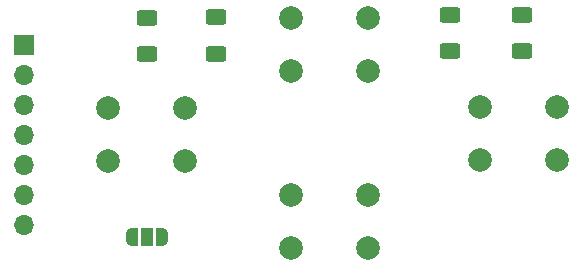
<source format=gbr>
%TF.GenerationSoftware,KiCad,Pcbnew,8.0.3*%
%TF.CreationDate,2024-06-12T19:29:14-06:00*%
%TF.ProjectId,CutMachine_PCB,4375744d-6163-4686-996e-655f5043422e,rev?*%
%TF.SameCoordinates,Original*%
%TF.FileFunction,Soldermask,Top*%
%TF.FilePolarity,Negative*%
%FSLAX46Y46*%
G04 Gerber Fmt 4.6, Leading zero omitted, Abs format (unit mm)*
G04 Created by KiCad (PCBNEW 8.0.3) date 2024-06-12 19:29:14*
%MOMM*%
%LPD*%
G01*
G04 APERTURE LIST*
G04 Aperture macros list*
%AMRoundRect*
0 Rectangle with rounded corners*
0 $1 Rounding radius*
0 $2 $3 $4 $5 $6 $7 $8 $9 X,Y pos of 4 corners*
0 Add a 4 corners polygon primitive as box body*
4,1,4,$2,$3,$4,$5,$6,$7,$8,$9,$2,$3,0*
0 Add four circle primitives for the rounded corners*
1,1,$1+$1,$2,$3*
1,1,$1+$1,$4,$5*
1,1,$1+$1,$6,$7*
1,1,$1+$1,$8,$9*
0 Add four rect primitives between the rounded corners*
20,1,$1+$1,$2,$3,$4,$5,0*
20,1,$1+$1,$4,$5,$6,$7,0*
20,1,$1+$1,$6,$7,$8,$9,0*
20,1,$1+$1,$8,$9,$2,$3,0*%
%AMFreePoly0*
4,1,19,0.550000,-0.750000,0.000000,-0.750000,0.000000,-0.744911,-0.071157,-0.744911,-0.207708,-0.704816,-0.327430,-0.627875,-0.420627,-0.520320,-0.479746,-0.390866,-0.500000,-0.250000,-0.500000,0.250000,-0.479746,0.390866,-0.420627,0.520320,-0.327430,0.627875,-0.207708,0.704816,-0.071157,0.744911,0.000000,0.744911,0.000000,0.750000,0.550000,0.750000,0.550000,-0.750000,0.550000,-0.750000,
$1*%
%AMFreePoly1*
4,1,19,0.000000,0.744911,0.071157,0.744911,0.207708,0.704816,0.327430,0.627875,0.420627,0.520320,0.479746,0.390866,0.500000,0.250000,0.500000,-0.250000,0.479746,-0.390866,0.420627,-0.520320,0.327430,-0.627875,0.207708,-0.704816,0.071157,-0.744911,0.000000,-0.744911,0.000000,-0.750000,-0.550000,-0.750000,-0.550000,0.750000,0.000000,0.750000,0.000000,0.744911,0.000000,0.744911,
$1*%
G04 Aperture macros list end*
%ADD10C,2.000000*%
%ADD11RoundRect,0.250000X-0.625000X0.400000X-0.625000X-0.400000X0.625000X-0.400000X0.625000X0.400000X0*%
%ADD12FreePoly0,0.000000*%
%ADD13R,1.000000X1.500000*%
%ADD14FreePoly1,0.000000*%
%ADD15R,1.700000X1.700000*%
%ADD16O,1.700000X1.700000*%
G04 APERTURE END LIST*
D10*
%TO.C,BACK*%
X86106000Y-96774000D03*
X92606000Y-96774000D03*
X86106000Y-101274000D03*
X92606000Y-101274000D03*
%TD*%
%TO.C,SW3*%
X101600000Y-104140000D03*
X108100000Y-104140000D03*
X101600000Y-108640000D03*
X108100000Y-108640000D03*
%TD*%
%TO.C,UP*%
X101600000Y-89154000D03*
X108100000Y-89154000D03*
X101600000Y-93654000D03*
X108100000Y-93654000D03*
%TD*%
%TO.C,SELECT*%
X117602000Y-96702000D03*
X124102000Y-96702000D03*
X117602000Y-101202000D03*
X124102000Y-101202000D03*
%TD*%
D11*
%TO.C,R4*%
X89408000Y-89154000D03*
X89408000Y-92254000D03*
%TD*%
%TO.C,R3*%
X95250000Y-89102000D03*
X95250000Y-92202000D03*
%TD*%
%TO.C,R2*%
X115062000Y-88900000D03*
X115062000Y-92000000D03*
%TD*%
%TO.C,R1*%
X121158000Y-88900000D03*
X121158000Y-92000000D03*
%TD*%
D12*
%TO.C,PULLUP VOLTAGE*%
X88108000Y-107696000D03*
D13*
X89408000Y-107696000D03*
D14*
X90708000Y-107696000D03*
%TD*%
D15*
%TO.C,J2*%
X78994000Y-91435000D03*
D16*
X78994000Y-93975000D03*
X78994000Y-96515000D03*
X78994000Y-99055000D03*
X78994000Y-101595000D03*
X78994000Y-104135000D03*
X78994000Y-106675000D03*
%TD*%
M02*

</source>
